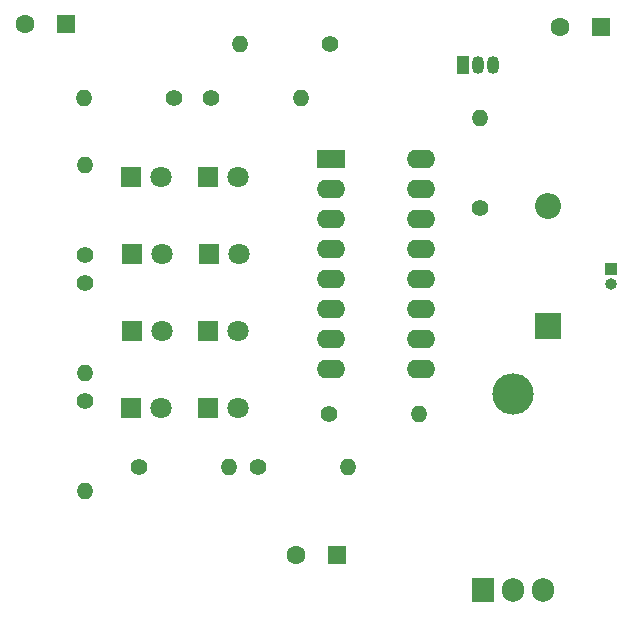
<source format=gbr>
%TF.GenerationSoftware,KiCad,Pcbnew,8.0.2*%
%TF.CreationDate,2026-02-07T14:26:08+01:00*%
%TF.ProjectId,konstantynopolitanczykowianeczka_zamieszkujaca_konstantynopol,6b6f6e73-7461-46e7-9479-6e6f706f6c69,1*%
%TF.SameCoordinates,Original*%
%TF.FileFunction,Soldermask,Bot*%
%TF.FilePolarity,Negative*%
%FSLAX46Y46*%
G04 Gerber Fmt 4.6, Leading zero omitted, Abs format (unit mm)*
G04 Created by KiCad (PCBNEW 8.0.2) date 2026-02-07 14:26:08*
%MOMM*%
%LPD*%
G01*
G04 APERTURE LIST*
%ADD10R,2.200000X2.200000*%
%ADD11O,2.200000X2.200000*%
%ADD12O,3.500000X3.500000*%
%ADD13R,1.905000X2.000000*%
%ADD14O,1.905000X2.000000*%
%ADD15R,2.400000X1.600000*%
%ADD16O,2.400000X1.600000*%
%ADD17C,1.400000*%
%ADD18O,1.400000X1.400000*%
%ADD19R,1.050000X1.500000*%
%ADD20O,1.050000X1.500000*%
%ADD21R,1.000000X1.000000*%
%ADD22O,1.000000X1.000000*%
%ADD23R,1.800000X1.800000*%
%ADD24C,1.800000*%
%ADD25R,1.600000X1.600000*%
%ADD26C,1.600000*%
G04 APERTURE END LIST*
D10*
%TO.C,D9*%
X119884968Y-76330000D03*
D11*
X119884968Y-66170000D03*
%TD*%
D12*
%TO.C,U3*%
X116884968Y-82070000D03*
D13*
X114344968Y-98730000D03*
D14*
X116884968Y-98730000D03*
X119424968Y-98730000D03*
%TD*%
D15*
%TO.C,U1*%
X101514968Y-62170000D03*
D16*
X101514968Y-64710000D03*
X101514968Y-67250000D03*
X101514968Y-69790000D03*
X101514968Y-72330000D03*
X101514968Y-74870000D03*
X101514968Y-77410000D03*
X101514968Y-79950000D03*
X109134968Y-79950000D03*
X109134968Y-77410000D03*
X109134968Y-74870000D03*
X109134968Y-72330000D03*
X109134968Y-69790000D03*
X109134968Y-67250000D03*
X109134968Y-64710000D03*
X109134968Y-62170000D03*
%TD*%
D17*
%TO.C,R10*%
X88194968Y-57000000D03*
D18*
X80574968Y-57000000D03*
%TD*%
D17*
%TO.C,R9*%
X95324968Y-88250000D03*
D18*
X102944968Y-88250000D03*
%TD*%
D17*
%TO.C,R8*%
X80634968Y-82690000D03*
D18*
X80634968Y-90310000D03*
%TD*%
D17*
%TO.C,R7*%
X80634968Y-72690000D03*
D18*
X80634968Y-80310000D03*
%TD*%
D17*
%TO.C,R6*%
X85264968Y-88250000D03*
D18*
X92884968Y-88250000D03*
%TD*%
D17*
%TO.C,R5*%
X101324968Y-83750000D03*
D18*
X108944968Y-83750000D03*
%TD*%
D17*
%TO.C,R4*%
X80634968Y-70310000D03*
D18*
X80634968Y-62690000D03*
%TD*%
D17*
%TO.C,R3*%
X91324968Y-57000000D03*
D18*
X98944968Y-57000000D03*
%TD*%
D17*
%TO.C,R2*%
X101444968Y-52500000D03*
D18*
X93824968Y-52500000D03*
%TD*%
D17*
%TO.C,R1*%
X114134968Y-66310000D03*
D18*
X114134968Y-58690000D03*
%TD*%
D19*
%TO.C,Q1*%
X112684968Y-54200000D03*
D20*
X113954968Y-54200000D03*
X115224968Y-54200000D03*
%TD*%
D21*
%TO.C,J1*%
X125209968Y-71475000D03*
D22*
X125209968Y-72745000D03*
%TD*%
D23*
%TO.C,D8*%
X84594968Y-63750000D03*
D24*
X87134968Y-63750000D03*
%TD*%
D23*
%TO.C,D7*%
X91109968Y-83250000D03*
D24*
X93649968Y-83250000D03*
%TD*%
D23*
%TO.C,D6*%
X84594968Y-83250000D03*
D24*
X87134968Y-83250000D03*
%TD*%
D23*
%TO.C,D5*%
X91109968Y-76750000D03*
D24*
X93649968Y-76750000D03*
%TD*%
D23*
%TO.C,D4*%
X84609968Y-76750000D03*
D24*
X87149968Y-76750000D03*
%TD*%
D23*
%TO.C,D3*%
X91134968Y-70250000D03*
D24*
X93674968Y-70250000D03*
%TD*%
D23*
%TO.C,D2*%
X84609968Y-70250000D03*
D24*
X87149968Y-70250000D03*
%TD*%
D23*
%TO.C,D1*%
X91094968Y-63750000D03*
D24*
X93634968Y-63750000D03*
%TD*%
D25*
%TO.C,C3*%
X102037619Y-95750000D03*
D26*
X98537619Y-95750000D03*
%TD*%
D25*
%TO.C,C2*%
X124384968Y-51000000D03*
D26*
X120884968Y-51000000D03*
%TD*%
D25*
%TO.C,C1*%
X79037619Y-50750000D03*
D26*
X75537619Y-50750000D03*
%TD*%
M02*

</source>
